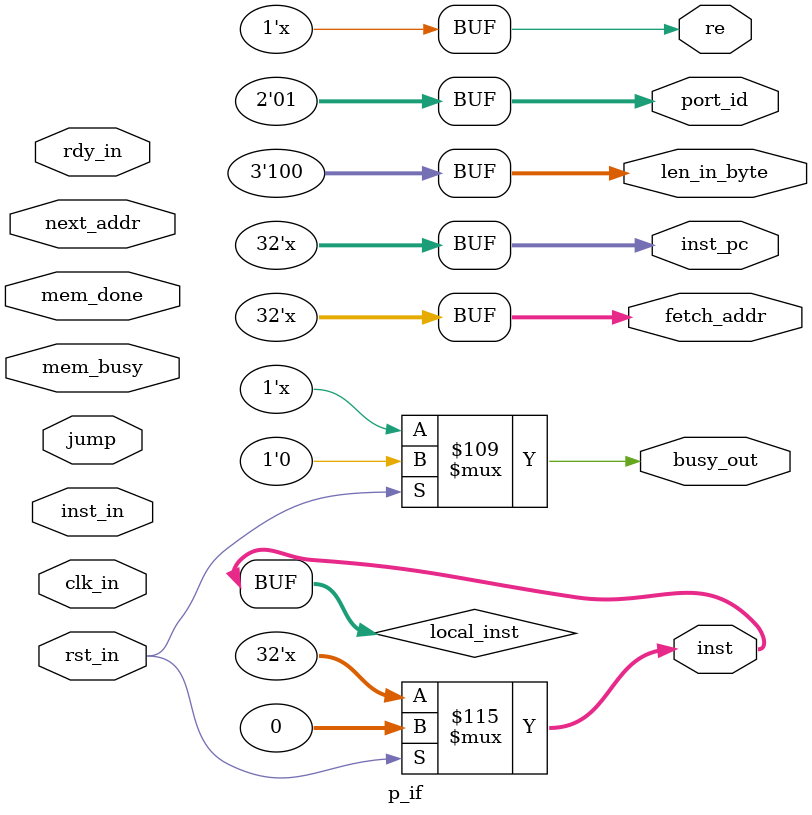
<source format=v>
`timescale 1ns/1ps
`include "defines.v"

module p_if(
    //common input
    input wire clk_in,
    input wire rst_in,
    input wire rdy_in,
    //branch
    input wire jump,
    input wire[31:0] next_addr,
    //instruction fetch
    input wire[31:0] inst_in,
    output reg re, 
    output reg[31:0] fetch_addr,
    output wire[2:0] len_in_byte,
    output wire[1:0] port_id,
    //ctrl
    input wire mem_busy,
    input wire mem_done,
    //output
    output reg[31:0] inst_pc,
    output wire[31:0] inst,
    output reg busy_out
);

    assign port_id[0] = 1;
    assign port_id[1] = 0;
    
    reg[31:0] pc;
    reg[31:0] next_pc;
    reg[31:0] tmp_pc;
    reg[31:0] local_inst;
    reg state;
    reg is_discarded;

    assign len_in_byte = 4;

    localparam STATE_IDLE = 0;
    localparam STATE_WAITING_FOR_MC = 1;

    always @ (*) begin
        if (rst_in) begin
            state = STATE_IDLE;
            local_inst = 0;
            is_discarded = 0;
            busy_out = 0;
            tmp_pc = 0;
        end 
        else begin
            if (jump && !is_discarded) begin
                tmp_pc = next_addr;
                is_discarded = 1;
            end
            if (!mem_busy) begin
            /*case (state)
            STATE_IDLE: begin
                read_enable = 1;
                busy_out = 1;
                tmp_pc = pc;
                state = STATE_FETCH_1;
            end
            STATE_FETCH_1: begin
                local_inst[31:24] = inst_in;
                busy_out = 1;
                tmp_pc = pc + 1;
                read_enable = 1;
                state = STATE_FETCH_2;
            end
            STATE_FETCH_2: begin
                local_inst[23:16] = inst_in;
                busy_out = 1;
                tmp_pc = pc + 2;
                read_enable = 1;
                state = STATE_FETCH_3;
            end
            STATE_FETCH_3: begin
                local_inst[15:8] = inst_in;
                busy_out = 1;
                tmp_pc = pc + 3;
                read_enable = 1;
                state = STATE_FETCH_4;
            end
            STATE_FETCH_4: begin
                local_inst[7:0] = inst_in;
                tmp_pc = pc;
                pc = next_pc;
                if (!is_discarded) begin
                    busy_out = 0;
                    read_enable = 0;
                    state = STATE_IDLE;
                end
                else begin
                    busy_out = 1;
                    read_enable = 1;
                    state = STATE_FETCH_1;
                    is_discarded = 0;
                end
            end
            endcase*/
                case (state)
                STATE_IDLE: begin
                    re = 1;
                    fetch_addr = pc;
                    state = STATE_WAITING_FOR_MC;
                    busy_out = 1;
                end
                STATE_WAITING_FOR_MC: begin
                    if (mem_busy) begin
                        busy_out = 1;
                    end
                    else if (mem_done) begin
                        if (!is_discarded) begin
                            local_inst = inst_in;
                            inst_pc = pc;
                            re = 0;
                            fetch_addr = 0;
                            tmp_pc = next_pc + 4;
                            busy_out = 0;
                            state = STATE_IDLE;
                        end
                        else begin
                            busy_out = 1;
                            re = 1;
                            fetch_addr = next_pc;
                            tmp_pc = next_pc + 4;
                            is_discarded = 0;
                        end
                    end
                end
                endcase
            end
        end
    end

    assign inst = local_inst;

    always @ (posedge clk_in or posedge rst_in) begin
        if (rst_in) begin
            next_pc <= 0;
            pc <= 0;
        end
        else begin
            next_pc <= tmp_pc;
            pc <= tmp_pc;
        end
    end
    
endmodule
</source>
